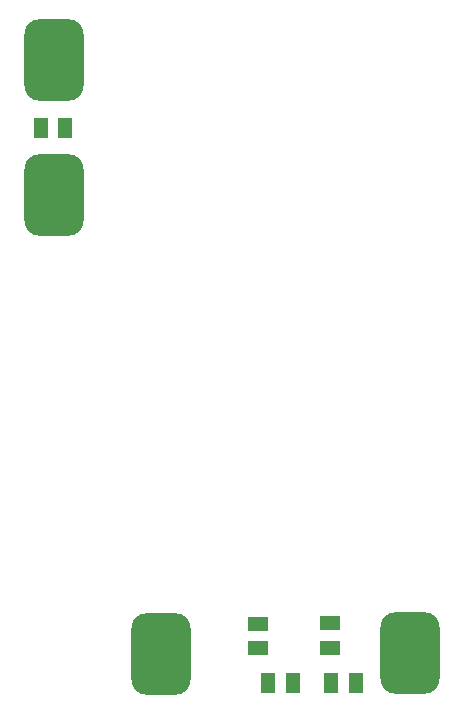
<source format=gtp>
G04 Layer_Color=8421504*
%FSLAX25Y25*%
%MOIN*%
G70*
G01*
G75*
%ADD10R,0.06693X0.05039*%
G04:AMPARAMS|DCode=11|XSize=196.85mil|YSize=271.65mil|CornerRadius=49.21mil|HoleSize=0mil|Usage=FLASHONLY|Rotation=180.000|XOffset=0mil|YOffset=0mil|HoleType=Round|Shape=RoundedRectangle|*
%AMROUNDEDRECTD11*
21,1,0.19685,0.17323,0,0,180.0*
21,1,0.09843,0.27165,0,0,180.0*
1,1,0.09843,-0.04921,0.08661*
1,1,0.09843,0.04921,0.08661*
1,1,0.09843,0.04921,-0.08661*
1,1,0.09843,-0.04921,-0.08661*
%
%ADD11ROUNDEDRECTD11*%
%ADD12R,0.05039X0.06693*%
D10*
X386000Y227000D02*
D03*
Y235189D02*
D03*
X410000Y235500D02*
D03*
Y227311D02*
D03*
D11*
X318000Y378279D02*
D03*
Y423000D02*
D03*
X436500Y225500D02*
D03*
X353500Y225279D02*
D03*
D12*
X418500Y215500D02*
D03*
X410311D02*
D03*
X397500D02*
D03*
X389311D02*
D03*
X313500Y400500D02*
D03*
X321689D02*
D03*
M02*

</source>
